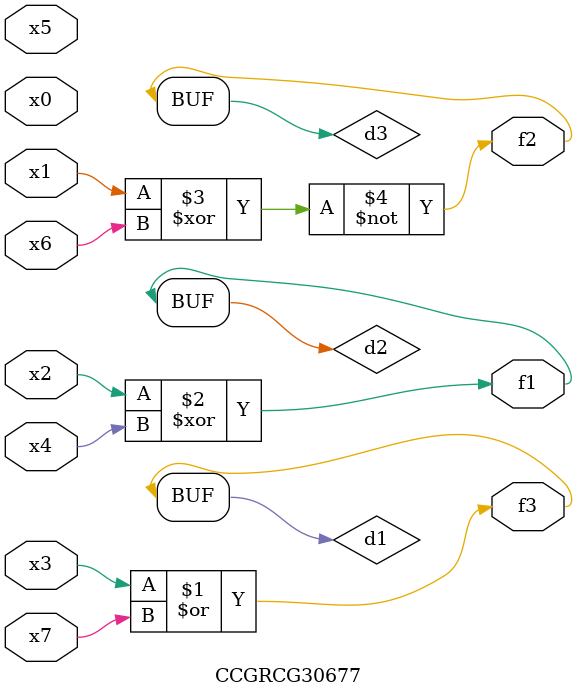
<source format=v>
module CCGRCG30677(
	input x0, x1, x2, x3, x4, x5, x6, x7,
	output f1, f2, f3
);

	wire d1, d2, d3;

	or (d1, x3, x7);
	xor (d2, x2, x4);
	xnor (d3, x1, x6);
	assign f1 = d2;
	assign f2 = d3;
	assign f3 = d1;
endmodule

</source>
